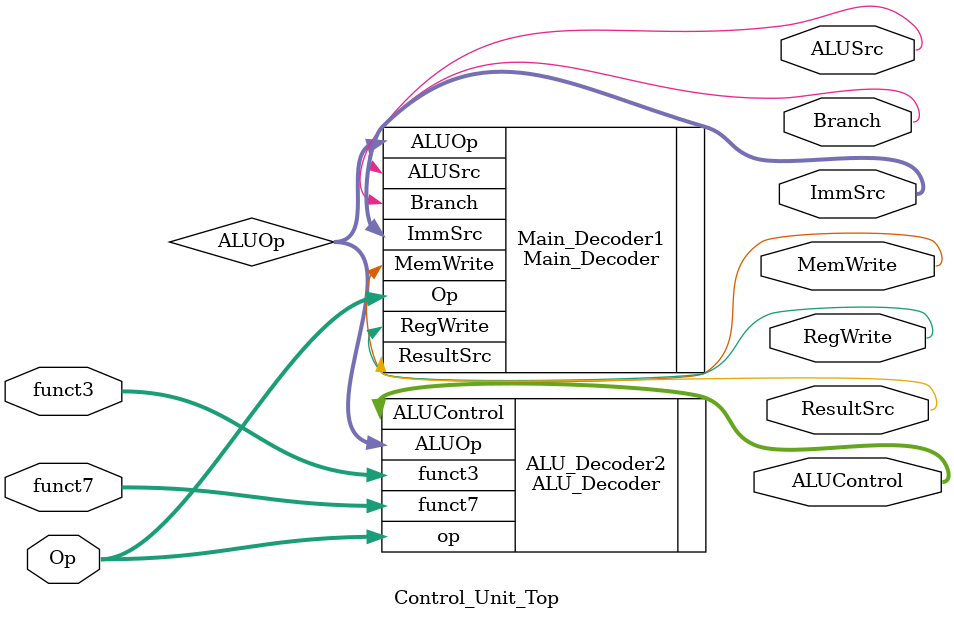
<source format=v>


module Control_Unit_Top(Op,RegWrite,ImmSrc,ALUSrc,MemWrite,ResultSrc,Branch,funct3,funct7,ALUControl);

    input [6:0]Op,funct7;
    input [2:0]funct3;
    output RegWrite,ALUSrc,MemWrite,ResultSrc,Branch;
    output [1:0]ImmSrc;
    output [2:0]ALUControl;

    wire [1:0]ALUOp;

    Main_Decoder Main_Decoder1(
                .Op(Op),
                .RegWrite(RegWrite),
                .ImmSrc(ImmSrc),
                .MemWrite(MemWrite),
                .ResultSrc(ResultSrc),
                .Branch(Branch),
                .ALUSrc(ALUSrc),
                .ALUOp(ALUOp)
    );

    ALU_Decoder ALU_Decoder2(
                            .ALUOp(ALUOp),
                            .funct3(funct3),
                            .funct7(funct7),
                            .op(Op),
                            .ALUControl(ALUControl)
    );


endmodule

</source>
